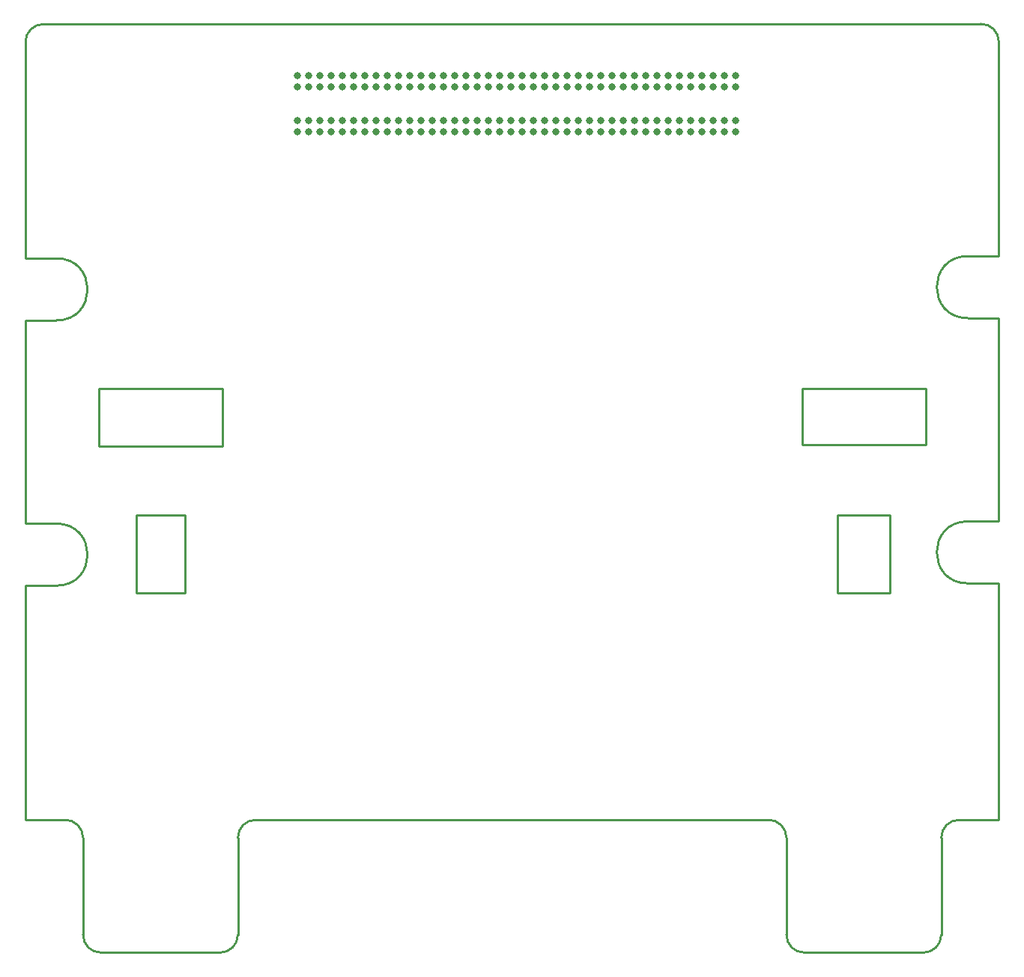
<source format=gbp>
G04 This is an RS-274x file exported by *
G04 gerbv version 2.4.0 *
G04 More information is available about gerbv at *
G04 http://gerbv.gpleda.org/ *
G04 --End of header info--*
%MOIN*%
%FSLAX23Y23*%
%IPPOS*%
%IN "fakeSCROD.pcb"*%
G04 --Define apertures--*
%ADD10C,0.0010*%
%ADD11C,0.0100*%
%ADD12R,0.0098X0.0295*%
%ADD13C,0.0320*%
G04 --Start main section--*
G54D11*
G01X01000Y01000D02*
G01X01177Y01000D01*
G01X01256Y00921D02*
G75*
G03X01177Y01000I-0079J00000D01*
G01X01256Y00921D02*
G01X01256Y00488D01*
G01X01256Y00488D02*
G75*
G03X01335Y00409I00079J00000D01*
G01X01335Y00409D02*
G01X01866Y00409D01*
G01X01866Y00409D02*
G75*
G03X01945Y00488I00000J00079D01*
G01X01945Y00488D02*
G01X01945Y00921D01*
G01X02024Y01000D02*
G75*
G03X01945Y00921I00000J-0079D01*
G01X02024Y01000D02*
G01X04307Y01000D01*
G01X04386Y00921D02*
G75*
G03X04307Y01000I-0079J00000D01*
G01X04386Y00921D02*
G01X04386Y00488D01*
G01X04386Y00488D02*
G75*
G03X04465Y00409I00079J00000D01*
G01X04465Y00409D02*
G01X04996Y00409D01*
G01X04996Y00409D02*
G75*
G03X05075Y00488I00000J00079D01*
G01X05075Y00488D02*
G01X05075Y00921D01*
G01X05154Y01000D02*
G75*
G03X05075Y00921I00000J-0079D01*
G01X05154Y01000D02*
G01X05331Y01000D01*
G01X05331Y01000D02*
G01X05331Y02053D01*
G01X05331Y02053D02*
G01X05193Y02053D01*
G01X05193Y02329D02*
G75*
G03X05193Y02053I00000J-0138D01*
G01X05193Y02329D02*
G01X05331Y02329D01*
G01X05331Y02329D02*
G01X05331Y03234D01*
G01X05331Y03234D02*
G01X05193Y03234D01*
G01X05193Y03510D02*
G75*
G03X05193Y03234I00000J-0138D01*
G01X05193Y03510D02*
G01X05331Y03510D01*
G01X05331Y03510D02*
G01X05331Y04465D01*
G01X05331Y04465D02*
G75*
G03X05252Y04543I-0079J00000D01*
G01X05252Y04543D02*
G01X01079Y04543D01*
G01X01079Y04543D02*
G75*
G03X01000Y04465I00000J-0079D01*
G01X01000Y04465D02*
G01X01000Y03500D01*
G01X01000Y03500D02*
G01X01138Y03500D01*
G01X01138Y03224D02*
G75*
G03X01138Y03500I00000J00138D01*
G01X01138Y03224D02*
G01X01000Y03224D01*
G01X01000Y03224D02*
G01X01000Y02319D01*
G01X01000Y02319D02*
G01X01138Y02319D01*
G01X01138Y02043D02*
G75*
G03X01138Y02319I00000J00138D01*
G01X01138Y02043D02*
G01X01000Y02043D01*
G01X01000Y02043D02*
G01X01000Y01000D01*
G01X01492Y02358D02*
G01X01709Y02358D01*
G01X01709Y02358D02*
G01X01709Y02012D01*
G01X01709Y02012D02*
G01X01492Y02012D01*
G01X01492Y02012D02*
G01X01492Y02358D01*
G01X04612Y02358D02*
G01X04848Y02358D01*
G01X04848Y02358D02*
G01X04848Y02012D01*
G01X04848Y02012D02*
G01X04612Y02012D01*
G01X04612Y02012D02*
G01X04612Y02358D01*
G01X01325Y02919D02*
G01X01876Y02919D01*
G01X01876Y02919D02*
G01X01876Y02663D01*
G01X01876Y02663D02*
G01X01325Y02663D01*
G01X01325Y02663D02*
G01X01325Y02919D01*
G01X04455Y02669D02*
G01X05006Y02669D01*
G01X05006Y02669D02*
G01X05006Y02919D01*
G01X05006Y02919D02*
G01X04455Y02919D01*
G01X04455Y02919D02*
G01X04455Y02669D01*
G54D13*
G01X04160Y04314D03*
G01X04110Y04314D03*
G01X04060Y04314D03*
G01X04010Y04314D03*
G01X03960Y04314D03*
G01X03910Y04314D03*
G01X03860Y04314D03*
G01X03810Y04314D03*
G01X03760Y04314D03*
G01X03710Y04314D03*
G01X03660Y04314D03*
G01X03610Y04314D03*
G01X03560Y04314D03*
G01X03510Y04314D03*
G01X03460Y04314D03*
G01X03410Y04314D03*
G01X03360Y04314D03*
G01X03310Y04314D03*
G01X03260Y04314D03*
G01X03210Y04314D03*
G01X03160Y04314D03*
G01X03110Y04314D03*
G01X03060Y04314D03*
G01X03010Y04314D03*
G01X02960Y04314D03*
G01X02910Y04314D03*
G01X02860Y04314D03*
G01X02810Y04314D03*
G01X02760Y04314D03*
G01X02710Y04314D03*
G01X02660Y04314D03*
G01X02610Y04314D03*
G01X02560Y04314D03*
G01X02510Y04314D03*
G01X02460Y04314D03*
G01X02410Y04314D03*
G01X02360Y04314D03*
G01X02310Y04314D03*
G01X02260Y04314D03*
G01X02210Y04314D03*
G01X04160Y04264D03*
G01X04110Y04264D03*
G01X04060Y04264D03*
G01X04010Y04264D03*
G01X03960Y04264D03*
G01X03910Y04264D03*
G01X03860Y04264D03*
G01X03810Y04264D03*
G01X03760Y04264D03*
G01X03710Y04264D03*
G01X03660Y04264D03*
G01X03610Y04264D03*
G01X03560Y04264D03*
G01X03510Y04264D03*
G01X03460Y04264D03*
G01X03410Y04264D03*
G01X03360Y04264D03*
G01X03310Y04264D03*
G01X03260Y04264D03*
G01X03210Y04264D03*
G01X03160Y04264D03*
G01X03110Y04264D03*
G01X03060Y04264D03*
G01X03010Y04264D03*
G01X02960Y04264D03*
G01X02910Y04264D03*
G01X02860Y04264D03*
G01X02810Y04264D03*
G01X02760Y04264D03*
G01X02710Y04264D03*
G01X02660Y04264D03*
G01X02610Y04264D03*
G01X02560Y04264D03*
G01X02510Y04264D03*
G01X02460Y04264D03*
G01X02410Y04264D03*
G01X02360Y04264D03*
G01X02310Y04264D03*
G01X02260Y04264D03*
G01X02210Y04264D03*
G01X04160Y04114D03*
G01X04110Y04114D03*
G01X04060Y04114D03*
G01X04010Y04114D03*
G01X03960Y04114D03*
G01X03910Y04114D03*
G01X03860Y04114D03*
G01X03810Y04114D03*
G01X03760Y04114D03*
G01X03710Y04114D03*
G01X03660Y04114D03*
G01X03610Y04114D03*
G01X03560Y04114D03*
G01X03510Y04114D03*
G01X03460Y04114D03*
G01X03410Y04114D03*
G01X03360Y04114D03*
G01X03310Y04114D03*
G01X03260Y04114D03*
G01X03210Y04114D03*
G01X03160Y04114D03*
G01X03110Y04114D03*
G01X03060Y04114D03*
G01X03010Y04114D03*
G01X02960Y04114D03*
G01X02910Y04114D03*
G01X02860Y04114D03*
G01X02810Y04114D03*
G01X02760Y04114D03*
G01X02710Y04114D03*
G01X02660Y04114D03*
G01X02610Y04114D03*
G01X02560Y04114D03*
G01X02510Y04114D03*
G01X02460Y04114D03*
G01X02410Y04114D03*
G01X02360Y04114D03*
G01X02310Y04114D03*
G01X02260Y04114D03*
G01X02210Y04114D03*
G01X04160Y04064D03*
G01X04110Y04064D03*
G01X04060Y04064D03*
G01X04010Y04064D03*
G01X03960Y04064D03*
G01X03910Y04064D03*
G01X03860Y04064D03*
G01X03810Y04064D03*
G01X03760Y04064D03*
G01X03710Y04064D03*
G01X03660Y04064D03*
G01X03610Y04064D03*
G01X03560Y04064D03*
G01X03510Y04064D03*
G01X03460Y04064D03*
G01X03410Y04064D03*
G01X03360Y04064D03*
G01X03310Y04064D03*
G01X03260Y04064D03*
G01X03210Y04064D03*
G01X03160Y04064D03*
G01X03110Y04064D03*
G01X03060Y04064D03*
G01X03010Y04064D03*
G01X02960Y04064D03*
G01X02910Y04064D03*
G01X02860Y04064D03*
G01X02810Y04064D03*
G01X02760Y04064D03*
G01X02710Y04064D03*
G01X02660Y04064D03*
G01X02610Y04064D03*
G01X02560Y04064D03*
G01X02510Y04064D03*
G01X02460Y04064D03*
G01X02410Y04064D03*
G01X02360Y04064D03*
G01X02310Y04064D03*
G01X02260Y04064D03*
G01X02210Y04064D03*
M02*

</source>
